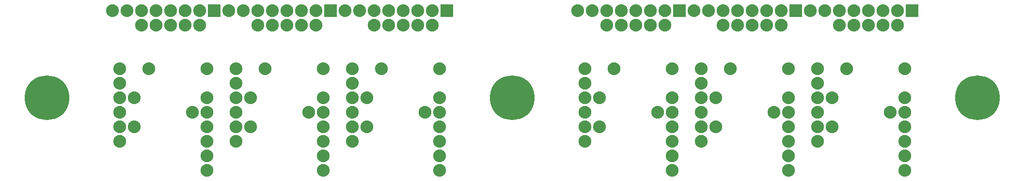
<source format=gbs>
%FSLAX23Y23*%
%MOIN*%
G70*
G01*
G75*
%ADD10C,0.010*%
%ADD11C,0.030*%
%ADD12C,0.050*%
%ADD13C,0.080*%
%ADD14R,0.080X0.080*%
%ADD15C,0.300*%
%ADD16C,0.006*%
%ADD17C,0.088*%
%ADD18R,0.088X0.088*%
%ADD19C,0.308*%
D17*
X7895Y8195D02*
D03*
Y7995D02*
D03*
Y7895D02*
D03*
Y7795D02*
D03*
Y7695D02*
D03*
Y7595D02*
D03*
Y7495D02*
D03*
X7295Y7695D02*
D03*
Y7795D02*
D03*
Y7895D02*
D03*
Y7995D02*
D03*
Y8095D02*
D03*
Y8195D02*
D03*
X8095D02*
D03*
Y8095D02*
D03*
Y7995D02*
D03*
Y7895D02*
D03*
Y7795D02*
D03*
Y7695D02*
D03*
X8695Y7495D02*
D03*
Y7595D02*
D03*
Y7695D02*
D03*
Y7795D02*
D03*
Y7895D02*
D03*
Y7995D02*
D03*
Y8195D02*
D03*
X9495D02*
D03*
Y7995D02*
D03*
Y7895D02*
D03*
Y7795D02*
D03*
Y7695D02*
D03*
Y7595D02*
D03*
Y7495D02*
D03*
X8895Y7695D02*
D03*
Y7795D02*
D03*
Y7895D02*
D03*
Y7995D02*
D03*
Y8095D02*
D03*
Y8195D02*
D03*
X10495D02*
D03*
Y8095D02*
D03*
Y7995D02*
D03*
Y7895D02*
D03*
Y7795D02*
D03*
Y7695D02*
D03*
X11095Y7495D02*
D03*
Y7595D02*
D03*
Y7695D02*
D03*
Y7795D02*
D03*
Y7895D02*
D03*
Y7995D02*
D03*
Y8195D02*
D03*
X11895D02*
D03*
Y7995D02*
D03*
Y7895D02*
D03*
Y7795D02*
D03*
Y7695D02*
D03*
Y7595D02*
D03*
Y7495D02*
D03*
X11295Y7695D02*
D03*
Y7795D02*
D03*
Y7895D02*
D03*
Y7995D02*
D03*
Y8095D02*
D03*
Y8195D02*
D03*
X12095D02*
D03*
Y8095D02*
D03*
Y7995D02*
D03*
Y7895D02*
D03*
Y7795D02*
D03*
Y7695D02*
D03*
X12695Y7495D02*
D03*
Y7595D02*
D03*
Y7695D02*
D03*
Y7795D02*
D03*
Y7895D02*
D03*
Y7995D02*
D03*
Y8195D02*
D03*
X12045Y8595D02*
D03*
X12145D02*
D03*
X12245D02*
D03*
X12345D02*
D03*
X12445D02*
D03*
X12545D02*
D03*
X12645D02*
D03*
X7245D02*
D03*
X7345D02*
D03*
X7445D02*
D03*
X7545D02*
D03*
X7645D02*
D03*
X7745D02*
D03*
X7845D02*
D03*
X8645D02*
D03*
X8545D02*
D03*
X8445D02*
D03*
X8345D02*
D03*
X8245D02*
D03*
X8145D02*
D03*
X8045D02*
D03*
X8845D02*
D03*
X8945D02*
D03*
X9045D02*
D03*
X9145D02*
D03*
X9245D02*
D03*
X9345D02*
D03*
X9445D02*
D03*
X11045D02*
D03*
X10945D02*
D03*
X10845D02*
D03*
X10745D02*
D03*
X10645D02*
D03*
X10545D02*
D03*
X10445D02*
D03*
X11245D02*
D03*
X11345D02*
D03*
X11445D02*
D03*
X11545D02*
D03*
X11645D02*
D03*
X11745D02*
D03*
X11845D02*
D03*
X7795Y7895D02*
D03*
X8995Y7995D02*
D03*
X8595Y7895D02*
D03*
X10995D02*
D03*
X11795D02*
D03*
X12595D02*
D03*
X12295Y8195D02*
D03*
X11495D02*
D03*
X12195Y7995D02*
D03*
Y7795D02*
D03*
X11395Y7995D02*
D03*
Y7795D02*
D03*
X10595D02*
D03*
Y7995D02*
D03*
X10695Y8195D02*
D03*
X12645Y8495D02*
D03*
X12545D02*
D03*
X12445D02*
D03*
X12345D02*
D03*
X12245D02*
D03*
X11845D02*
D03*
X11745D02*
D03*
X11645D02*
D03*
X11545D02*
D03*
X11445D02*
D03*
X11045D02*
D03*
X10945D02*
D03*
X10845D02*
D03*
X10745D02*
D03*
X10645D02*
D03*
X9095Y8195D02*
D03*
X9395Y7895D02*
D03*
X8995Y7795D02*
D03*
X8645Y8495D02*
D03*
X8545D02*
D03*
X8445D02*
D03*
X8345D02*
D03*
X8245D02*
D03*
X9445D02*
D03*
X9345D02*
D03*
X9245D02*
D03*
X9145D02*
D03*
X9045D02*
D03*
X8195Y7995D02*
D03*
Y7795D02*
D03*
X8295Y8195D02*
D03*
X7395Y7795D02*
D03*
Y7995D02*
D03*
X7495Y8195D02*
D03*
X7845Y8495D02*
D03*
X7745D02*
D03*
X7645D02*
D03*
X7545D02*
D03*
X7445D02*
D03*
D18*
X12745Y8595D02*
D03*
X7945D02*
D03*
X8745D02*
D03*
X9545D02*
D03*
X11145D02*
D03*
X11945D02*
D03*
D19*
X13195Y7995D02*
D03*
X6795D02*
D03*
X9995D02*
D03*
M02*

</source>
